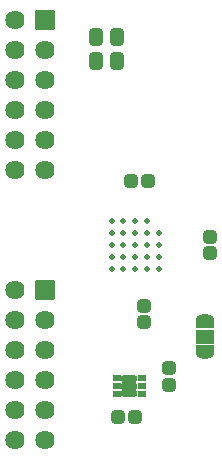
<source format=gts>
%TF.GenerationSoftware,KiCad,Pcbnew,(6.0.10)*%
%TF.CreationDate,2023-02-16T13:15:27+00:00*%
%TF.ProjectId,hyperram-sm-x1,68797065-7272-4616-9d2d-736d2d78312e,1.0*%
%TF.SameCoordinates,Original*%
%TF.FileFunction,Soldermask,Top*%
%TF.FilePolarity,Negative*%
%FSLAX46Y46*%
G04 Gerber Fmt 4.6, Leading zero omitted, Abs format (unit mm)*
G04 Created by KiCad (PCBNEW (6.0.10)) date 2023-02-16 13:15:27*
%MOMM*%
%LPD*%
G01*
G04 APERTURE LIST*
G04 Aperture macros list*
%AMRoundRect*
0 Rectangle with rounded corners*
0 $1 Rounding radius*
0 $2 $3 $4 $5 $6 $7 $8 $9 X,Y pos of 4 corners*
0 Add a 4 corners polygon primitive as box body*
4,1,4,$2,$3,$4,$5,$6,$7,$8,$9,$2,$3,0*
0 Add four circle primitives for the rounded corners*
1,1,$1+$1,$2,$3*
1,1,$1+$1,$4,$5*
1,1,$1+$1,$6,$7*
1,1,$1+$1,$8,$9*
0 Add four rect primitives between the rounded corners*
20,1,$1+$1,$2,$3,$4,$5,0*
20,1,$1+$1,$4,$5,$6,$7,0*
20,1,$1+$1,$6,$7,$8,$9,0*
20,1,$1+$1,$8,$9,$2,$3,0*%
%AMFreePoly0*
4,1,37,0.585921,0.785921,0.600800,0.750000,0.600800,-0.750000,0.585921,-0.785921,0.550000,-0.800800,0.000000,-0.800800,-0.012526,-0.795612,-0.080872,-0.794359,-0.095090,-0.792057,-0.230405,-0.749782,-0.243405,-0.743581,-0.361415,-0.665026,-0.372153,-0.655426,-0.463373,-0.546907,-0.470984,-0.534678,-0.528079,-0.404919,-0.531952,-0.391047,-0.549535,-0.256587,-0.548147,-0.256405,-0.550800,-0.250000,
-0.550800,0.250000,-0.550314,0.251174,-0.550158,0.263925,-0.528347,0.404002,-0.524136,0.417775,-0.463888,0.546100,-0.455980,0.558139,-0.362136,0.664397,-0.351168,0.673732,-0.231273,0.749380,-0.218125,0.755261,-0.081818,0.794218,-0.067547,0.796173,-0.011991,0.795833,0.000000,0.800800,0.550000,0.800800,0.585921,0.785921,0.585921,0.785921,$1*%
%AMFreePoly1*
4,1,37,0.012350,0.795685,0.074215,0.795307,0.088460,0.793178,0.224281,0.752559,0.237356,0.746518,0.356318,0.669411,0.367173,0.659942,0.459711,0.552545,0.467470,0.540411,0.526147,0.411359,0.530190,0.397535,0.550287,0.257202,0.550800,0.250000,0.550800,-0.250000,0.550796,-0.250620,0.550647,-0.262836,0.549947,-0.270644,0.526427,-0.410445,0.522048,-0.424167,0.460236,-0.551746,
0.452182,-0.563686,0.357047,-0.668790,0.345965,-0.677991,0.225155,-0.752168,0.211936,-0.757888,0.075163,-0.795177,0.060870,-0.796957,0.011464,-0.796051,0.000000,-0.800800,-0.550000,-0.800800,-0.585921,-0.785921,-0.600800,-0.750000,-0.600800,0.750000,-0.585921,0.785921,-0.550000,0.800800,0.000000,0.800800,0.012350,0.795685,0.012350,0.795685,$1*%
G04 Aperture macros list end*
%ADD10RoundRect,0.300800X0.275000X-0.287500X0.275000X0.287500X-0.275000X0.287500X-0.275000X-0.287500X0*%
%ADD11FreePoly0,90.000000*%
%ADD12RoundRect,0.050800X0.750000X-0.500000X0.750000X0.500000X-0.750000X0.500000X-0.750000X-0.500000X0*%
%ADD13FreePoly1,90.000000*%
%ADD14RoundRect,0.300800X-0.262500X-0.450000X0.262500X-0.450000X0.262500X0.450000X-0.262500X0.450000X0*%
%ADD15RoundRect,0.300800X-0.287500X-0.275000X0.287500X-0.275000X0.287500X0.275000X-0.287500X0.275000X0*%
%ADD16RoundRect,0.050800X-0.762000X-0.762000X0.762000X-0.762000X0.762000X0.762000X-0.762000X0.762000X0*%
%ADD17C,1.625600*%
%ADD18RoundRect,0.050800X-0.325000X0.175000X-0.325000X-0.175000X0.325000X-0.175000X0.325000X0.175000X0*%
%ADD19RoundRect,0.050800X0.550000X0.850000X-0.550000X0.850000X-0.550000X-0.850000X0.550000X-0.850000X0*%
%ADD20RoundRect,0.300800X0.262500X0.450000X-0.262500X0.450000X-0.262500X-0.450000X0.262500X-0.450000X0*%
%ADD21C,0.471600*%
G04 APERTURE END LIST*
D10*
%TO.C,C4*%
X48175000Y-69620500D03*
X48175000Y-68195500D03*
%TD*%
D11*
%TO.C,JP1*%
X51232500Y-66833000D03*
D12*
X51232500Y-65533000D03*
D13*
X51232500Y-64233000D03*
%TD*%
D10*
%TO.C,C2*%
X46088000Y-64324500D03*
X46088000Y-62899500D03*
%TD*%
D14*
%TO.C,R2*%
X42000500Y-42149000D03*
X43825500Y-42149000D03*
%TD*%
D15*
%TO.C,C5*%
X43887500Y-72358000D03*
X45312500Y-72358000D03*
%TD*%
D10*
%TO.C,C3*%
X51676000Y-58482500D03*
X51676000Y-57057500D03*
%TD*%
D16*
%TO.C,J2*%
X37680000Y-61610000D03*
D17*
X37680000Y-64150000D03*
X37680000Y-66690000D03*
X37680000Y-69230000D03*
X37680000Y-71770000D03*
X37680000Y-74310000D03*
X35140000Y-61610000D03*
X35140000Y-64150000D03*
X35140000Y-66690000D03*
X35140000Y-69230000D03*
X35140000Y-71770000D03*
X35140000Y-74310000D03*
%TD*%
D18*
%TO.C,IC2*%
X45875000Y-70358000D03*
X45875000Y-69708000D03*
X45875000Y-69058000D03*
X43775000Y-69058000D03*
X43775000Y-69708000D03*
X43775000Y-70358000D03*
D19*
X44825000Y-69708000D03*
%TD*%
D16*
%TO.C,J1*%
X37680000Y-38750000D03*
D17*
X37680000Y-41290000D03*
X37680000Y-43830000D03*
X37680000Y-46370000D03*
X37680000Y-48910000D03*
X37680000Y-51450000D03*
X35140000Y-38750000D03*
X35140000Y-41290000D03*
X35140000Y-43830000D03*
X35140000Y-46370000D03*
X35140000Y-48910000D03*
X35140000Y-51450000D03*
%TD*%
D20*
%TO.C,R1*%
X43825500Y-40117000D03*
X42000500Y-40117000D03*
%TD*%
D15*
%TO.C,C1*%
X44994500Y-52309000D03*
X46419500Y-52309000D03*
%TD*%
D21*
%TO.C,IC1*%
X47326000Y-56770000D03*
X47326000Y-57770000D03*
X47326000Y-58770000D03*
X47326000Y-59770000D03*
X46326000Y-55770000D03*
X46326000Y-56770000D03*
X46326000Y-57770000D03*
X46326000Y-58770000D03*
X46326000Y-59770000D03*
X45326000Y-55770000D03*
X45326000Y-56770000D03*
X45326000Y-57770000D03*
X45326000Y-58770000D03*
X45326000Y-59770000D03*
X44326000Y-55770000D03*
X44326000Y-56770000D03*
X44326000Y-57770000D03*
X44326000Y-58770000D03*
X44326000Y-59770000D03*
X43326000Y-55770000D03*
X43326000Y-56770000D03*
X43326000Y-57770000D03*
X43326000Y-58770000D03*
X43326000Y-59770000D03*
%TD*%
G36*
X45427648Y-70113708D02*
G01*
X45442122Y-70148649D01*
X45476299Y-70162806D01*
X45505208Y-70150831D01*
X45506380Y-70150985D01*
X45508733Y-70149413D01*
X45509079Y-70149228D01*
X45511242Y-70148332D01*
X45513224Y-70148593D01*
X45513990Y-70150441D01*
X45513670Y-70151291D01*
X45504952Y-70164339D01*
X45501200Y-70183199D01*
X45501200Y-70532801D01*
X45504952Y-70551661D01*
X45511169Y-70560966D01*
X45511300Y-70562962D01*
X45509637Y-70564073D01*
X45508395Y-70563740D01*
X45479058Y-70544137D01*
X45442774Y-70551353D01*
X45429764Y-70570823D01*
X45427970Y-70571708D01*
X45427181Y-70571440D01*
X45424091Y-70576064D01*
X45422297Y-70576949D01*
X45420634Y-70575838D01*
X45420466Y-70574563D01*
X45423800Y-70557801D01*
X45423800Y-70114473D01*
X45424800Y-70112741D01*
X45426800Y-70112741D01*
X45427648Y-70113708D01*
G37*
G36*
X44225365Y-70112857D02*
G01*
X44226200Y-70114483D01*
X44226200Y-70557801D01*
X44229534Y-70574563D01*
X44228891Y-70576457D01*
X44226929Y-70576847D01*
X44225909Y-70576064D01*
X44222786Y-70571390D01*
X44221014Y-70571506D01*
X44220236Y-70570823D01*
X44207226Y-70551353D01*
X44170942Y-70544136D01*
X44141605Y-70563740D01*
X44139609Y-70563871D01*
X44138498Y-70562208D01*
X44138831Y-70560966D01*
X44145048Y-70551661D01*
X44148800Y-70532801D01*
X44148800Y-70183199D01*
X44145048Y-70164339D01*
X44135667Y-70150299D01*
X44135536Y-70148303D01*
X44137199Y-70147192D01*
X44138441Y-70147525D01*
X44143021Y-70150585D01*
X44143252Y-70150239D01*
X44145046Y-70149354D01*
X44146026Y-70149687D01*
X44164276Y-70161878D01*
X44200559Y-70154659D01*
X44221290Y-70123626D01*
X44222210Y-70114287D01*
X44223375Y-70112661D01*
X44225365Y-70112857D01*
G37*
G36*
X45427648Y-69463710D02*
G01*
X45442121Y-69498650D01*
X45476298Y-69512807D01*
X45505208Y-69500832D01*
X45506379Y-69500986D01*
X45508730Y-69499415D01*
X45509075Y-69499230D01*
X45511240Y-69498333D01*
X45513223Y-69498594D01*
X45513989Y-69500442D01*
X45513669Y-69501292D01*
X45504952Y-69514339D01*
X45501200Y-69533199D01*
X45501200Y-69882801D01*
X45504952Y-69901661D01*
X45514333Y-69915701D01*
X45514464Y-69917697D01*
X45512801Y-69918808D01*
X45511559Y-69918475D01*
X45506979Y-69915415D01*
X45506747Y-69915762D01*
X45504953Y-69916646D01*
X45503973Y-69916313D01*
X45485736Y-69904123D01*
X45449452Y-69911335D01*
X45428713Y-69942363D01*
X45427790Y-69951723D01*
X45426625Y-69953349D01*
X45424635Y-69953153D01*
X45423800Y-69951527D01*
X45423800Y-69464475D01*
X45424800Y-69462743D01*
X45426800Y-69462743D01*
X45427648Y-69463710D01*
G37*
G36*
X44225365Y-69462847D02*
G01*
X44226200Y-69464473D01*
X44226200Y-69951525D01*
X44225200Y-69953257D01*
X44223200Y-69953257D01*
X44222352Y-69952290D01*
X44207879Y-69917350D01*
X44173702Y-69903193D01*
X44144792Y-69915168D01*
X44143621Y-69915014D01*
X44141270Y-69916585D01*
X44140925Y-69916770D01*
X44138760Y-69917667D01*
X44136777Y-69917406D01*
X44136011Y-69915558D01*
X44136331Y-69914708D01*
X44145048Y-69901661D01*
X44148800Y-69882801D01*
X44148800Y-69533199D01*
X44145048Y-69514339D01*
X44135667Y-69500299D01*
X44135536Y-69498303D01*
X44137199Y-69497192D01*
X44138441Y-69497525D01*
X44143021Y-69500585D01*
X44143253Y-69500238D01*
X44145047Y-69499354D01*
X44146027Y-69499687D01*
X44164264Y-69511877D01*
X44200548Y-69504665D01*
X44221287Y-69473637D01*
X44222210Y-69464277D01*
X44223375Y-69462651D01*
X44225365Y-69462847D01*
G37*
G36*
X45424091Y-68839936D02*
G01*
X45427214Y-68844610D01*
X45428986Y-68844494D01*
X45429764Y-68845177D01*
X45442774Y-68864647D01*
X45479058Y-68871864D01*
X45508395Y-68852260D01*
X45510391Y-68852129D01*
X45511502Y-68853792D01*
X45511169Y-68855034D01*
X45504952Y-68864339D01*
X45501200Y-68883199D01*
X45501200Y-69232801D01*
X45504952Y-69251661D01*
X45514333Y-69265701D01*
X45514464Y-69267697D01*
X45512801Y-69268808D01*
X45511559Y-69268475D01*
X45506979Y-69265415D01*
X45506748Y-69265761D01*
X45504954Y-69266646D01*
X45503974Y-69266313D01*
X45485724Y-69254122D01*
X45449441Y-69261341D01*
X45428710Y-69292374D01*
X45427790Y-69301713D01*
X45426625Y-69303339D01*
X45424635Y-69303143D01*
X45423800Y-69301517D01*
X45423800Y-68858199D01*
X45420466Y-68841437D01*
X45421109Y-68839543D01*
X45423071Y-68839153D01*
X45424091Y-68839936D01*
G37*
G36*
X44229366Y-68840162D02*
G01*
X44229534Y-68841437D01*
X44226200Y-68858199D01*
X44226200Y-69301527D01*
X44225200Y-69303259D01*
X44223200Y-69303259D01*
X44222352Y-69302292D01*
X44207878Y-69267351D01*
X44173701Y-69253194D01*
X44144792Y-69265169D01*
X44143620Y-69265015D01*
X44141267Y-69266587D01*
X44140921Y-69266772D01*
X44138758Y-69267668D01*
X44136776Y-69267407D01*
X44136010Y-69265559D01*
X44136330Y-69264709D01*
X44145048Y-69251661D01*
X44148800Y-69232801D01*
X44148800Y-68883199D01*
X44145048Y-68864339D01*
X44138831Y-68855034D01*
X44138700Y-68853038D01*
X44140363Y-68851927D01*
X44141605Y-68852260D01*
X44170942Y-68871863D01*
X44207226Y-68864647D01*
X44220236Y-68845177D01*
X44222030Y-68844292D01*
X44222819Y-68844560D01*
X44225909Y-68839936D01*
X44227703Y-68839051D01*
X44229366Y-68840162D01*
G37*
M02*

</source>
